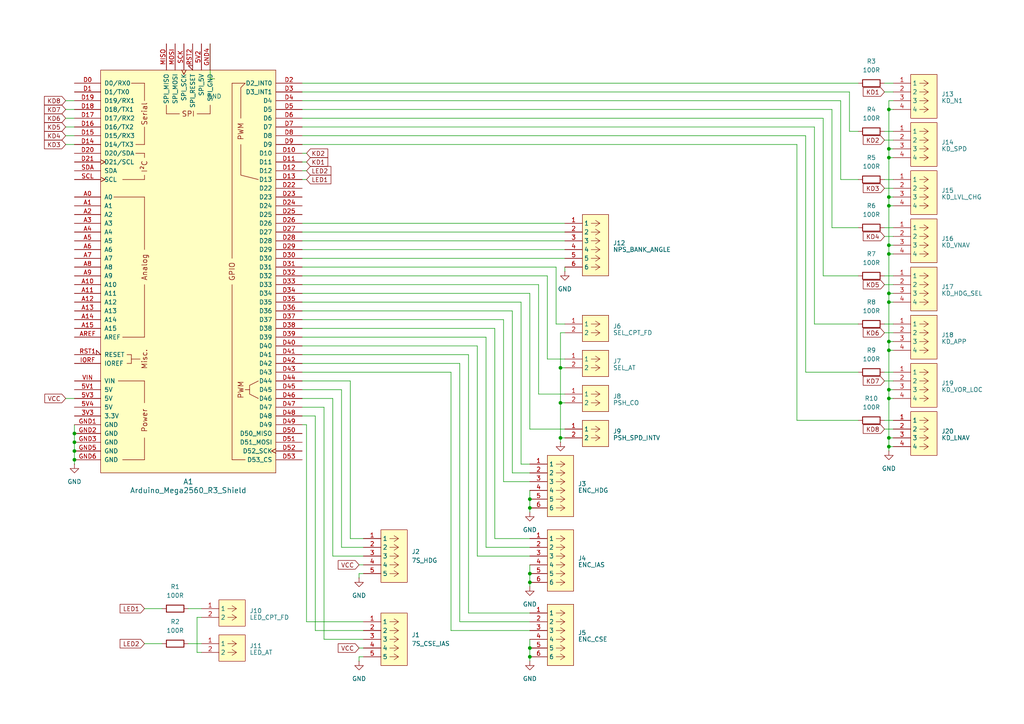
<source format=kicad_sch>
(kicad_sch (version 20231120) (generator "eeschema") (generator_version "8.0")
  (paper "A4")
  (title_block (title "MCP Right"))
  (lib_symbols
    (symbol "PCM_arduino-library:Arduino_Mega2560_R3_Shield" (pin_names (offset 1.016))
      (property "Reference" "A" (at 0 -62.23 0))
      (property "Value" "Arduino_Mega2560_R3_Shield" (at 0 -66.04 0))
      (symbol "Arduino_Mega2560_R3_Shield_0_0"
        (rectangle (start -25.4 -58.42) (end 25.4 58.42) (fill (type background)))
        (rectangle (start -20.32 -31.75) (end -12.7 -31.75))
        (rectangle (start -19.05 -54.61) (end -12.7 -54.61))
        (rectangle (start -19.05 -19.05) (end -12.7 -19.05))
        (rectangle (start -19.05 26.67) (end -12.7 26.67))
        (rectangle (start -17.78 -26.67) (end -16.51 -26.67))
        (rectangle (start -17.78 -24.13) (end -16.51 -24.13))
        (rectangle (start -16.51 -25.4) (end -13.97 -25.4))
        (rectangle (start -16.51 -24.13) (end -16.51 -26.67))
        (rectangle (start -16.51 54.61) (end -12.7 54.61))
        (rectangle (start -15.24 34.29) (end -12.7 34.29))
        (rectangle (start -15.24 36.83) (end -12.7 36.83))
        (rectangle (start -12.7 -54.61) (end -12.7 -48.26))
        (rectangle (start -12.7 -31.75) (end -12.7 -38.1))
        (rectangle (start -12.7 26.67) (end -12.7 27.94))
        (rectangle (start -12.7 34.29) (end -12.7 33.02))
        (rectangle (start -12.7 41.91) (end -12.7 36.83))
        (rectangle (start -12.7 49.53) (end -12.7 54.61))
        (rectangle (start -6.35 48.26) (end -6.35 45.72))
        (rectangle (start -2.54 45.72) (end -6.35 45.72))
        (polyline (pts (xy -21.59 21.59) (xy -12.7 21.59)))
        (polyline (pts (xy -12.7 -19.05) (xy -12.7 -3.81)))
        (polyline (pts (xy -12.7 6.35) (xy -12.7 21.59)))
        (polyline (pts (xy 12.7 -54.61) (xy 16.51 -54.61)))
        (polyline (pts (xy 12.7 54.61) (xy 16.51 54.61)))
        (polyline (pts (xy 17.78 -34.29) (xy 16.51 -34.29)))
        (polyline (pts (xy 15.24 36.83) (xy 15.24 27.94) (xy 20.32 26.67)))
        (polyline (pts (xy 15.24 44.45) (xy 15.24 53.34) (xy 16.51 54.61)))
        (polyline (pts (xy 20.32 -31.75) (xy 17.78 -33.02) (xy 17.78 -35.56) (xy 20.32 -36.83)))
        (rectangle (start 6.35 45.72) (end 2.54 45.72))
        (rectangle (start 6.35 48.26) (end 6.35 45.72))
        (text "Analog" (at -12.7 1.27 900) (effects (font (size 1.524 1.524))))
        (text "I²C" (at -12.7 30.48 900) (effects (font (size 1.524 1.524))))
        (text "Misc." (at -12.7 -25.4 900) (effects (font (size 1.524 1.524))))
        (text "Power" (at -12.7 -43.18 900) (effects (font (size 1.524 1.524))))
        (text "PWM" (at 15.24 -34.29 900) (effects (font (size 1.524 1.524))))
        (text "PWM" (at 15.24 40.64 900) (effects (font (size 1.524 1.524))))
        (text "Serial" (at -12.7 45.72 900) (effects (font (size 1.524 1.524))))
        (text "SPI" (at 0 45.72 0) (effects (font (size 1.524 1.524))))
      )
      (symbol "Arduino_Mega2560_R3_Shield_1_0"
        (rectangle (start 12.7 -54.61) (end 12.7 -3.81))
        (rectangle (start 12.7 54.61) (end 12.7 3.81))
        (text "GPIO" (at 12.7 0 900) (effects (font (size 1.524 1.524))))
      )
      (symbol "Arduino_Mega2560_R3_Shield_1_1"
        (pin power_out line (at -33.02 -41.91 0) (length 7.62) (name "3.3V") (number "3V3"))
        (pin power_in line (at -33.02 -34.29 0) (length 7.62) (name "5V") (number "5V1"))
        (pin power_in line (at 3.81 66.04 270) (length 7.62) (name "SPI_5V") (number "5V2"))
        (pin power_in line (at -33.02 -36.83 0) (length 7.62) (name "5V") (number "5V3"))
        (pin power_in line (at -33.02 -39.37 0) (length 7.62) (name "5V") (number "5V4"))
        (pin bidirectional line (at -33.02 21.59 0) (length 7.62) (name "A0") (number "A0"))
        (pin bidirectional line (at -33.02 19.05 0) (length 7.62) (name "A1") (number "A1"))
        (pin bidirectional line (at -33.02 -3.81 0) (length 7.62) (name "A10") (number "A10"))
        (pin bidirectional line (at -33.02 -6.35 0) (length 7.62) (name "A11") (number "A11"))
        (pin bidirectional line (at -33.02 -8.89 0) (length 7.62) (name "A12") (number "A12"))
        (pin bidirectional line (at -33.02 -11.43 0) (length 7.62) (name "A13") (number "A13"))
        (pin bidirectional line (at -33.02 -13.97 0) (length 7.62) (name "A14") (number "A14"))
        (pin bidirectional line (at -33.02 -16.51 0) (length 7.62) (name "A15") (number "A15"))
        (pin bidirectional line (at -33.02 16.51 0) (length 7.62) (name "A2") (number "A2"))
        (pin bidirectional line (at -33.02 13.97 0) (length 7.62) (name "A3") (number "A3"))
        (pin bidirectional line (at -33.02 11.43 0) (length 7.62) (name "A4") (number "A4"))
        (pin bidirectional line (at -33.02 8.89 0) (length 7.62) (name "A5") (number "A5"))
        (pin bidirectional line (at -33.02 6.35 0) (length 7.62) (name "A6") (number "A6"))
        (pin bidirectional line (at -33.02 3.81 0) (length 7.62) (name "A7") (number "A7"))
        (pin bidirectional line (at -33.02 1.27 0) (length 7.62) (name "A8") (number "A8"))
        (pin bidirectional line (at -33.02 -1.27 0) (length 7.62) (name "A9") (number "A9"))
        (pin input line (at -33.02 -19.05 0) (length 7.62) (name "AREF") (number "AREF"))
        (pin bidirectional line (at -33.02 54.61 0) (length 7.62) (name "D0/RX0") (number "D0"))
        (pin bidirectional line (at -33.02 52.07 0) (length 7.62) (name "D1/TX0") (number "D1"))
        (pin bidirectional line (at 33.02 34.29 180) (length 7.62) (name "D10") (number "D10"))
        (pin bidirectional line (at 33.02 31.75 180) (length 7.62) (name "D11") (number "D11"))
        (pin bidirectional line (at 33.02 29.21 180) (length 7.62) (name "D12") (number "D12"))
        (pin bidirectional line (at 33.02 26.67 180) (length 7.62) (name "D13") (number "D13"))
        (pin bidirectional line (at -33.02 36.83 0) (length 7.62) (name "D14/TX3") (number "D14"))
        (pin bidirectional line (at -33.02 39.37 0) (length 7.62) (name "D15/RX3") (number "D15"))
        (pin bidirectional line (at -33.02 41.91 0) (length 7.62) (name "D16/TX2") (number "D16"))
        (pin bidirectional line (at -33.02 44.45 0) (length 7.62) (name "D17/RX2") (number "D17"))
        (pin bidirectional line (at -33.02 46.99 0) (length 7.62) (name "D18/TX1") (number "D18"))
        (pin bidirectional line (at -33.02 49.53 0) (length 7.62) (name "D19/RX1") (number "D19"))
        (pin bidirectional line (at 33.02 54.61 180) (length 7.62) (name "D2_INT0") (number "D2"))
        (pin bidirectional line (at -33.02 34.29 0) (length 7.62) (name "D20/SDA") (number "D20"))
        (pin bidirectional clock (at -33.02 31.75 0) (length 7.62) (name "D21/SCL") (number "D21"))
        (pin bidirectional line (at 33.02 24.13 180) (length 7.62) (name "D22") (number "D22"))
        (pin bidirectional line (at 33.02 21.59 180) (length 7.62) (name "D23") (number "D23"))
        (pin bidirectional line (at 33.02 19.05 180) (length 7.62) (name "D24") (number "D24"))
        (pin bidirectional line (at 33.02 16.51 180) (length 7.62) (name "D25") (number "D25"))
        (pin bidirectional line (at 33.02 13.97 180) (length 7.62) (name "D26") (number "D26"))
        (pin bidirectional line (at 33.02 11.43 180) (length 7.62) (name "D27") (number "D27"))
        (pin bidirectional line (at 33.02 8.89 180) (length 7.62) (name "D28") (number "D28"))
        (pin bidirectional line (at 33.02 6.35 180) (length 7.62) (name "D29") (number "D29"))
        (pin bidirectional line (at 33.02 52.07 180) (length 7.62) (name "D3_INT1") (number "D3"))
        (pin bidirectional line (at 33.02 3.81 180) (length 7.62) (name "D30") (number "D30"))
        (pin bidirectional line (at 33.02 1.27 180) (length 7.62) (name "D31") (number "D31"))
        (pin bidirectional line (at 33.02 -1.27 180) (length 7.62) (name "D32") (number "D32"))
        (pin bidirectional line (at 33.02 -3.81 180) (length 7.62) (name "D33") (number "D33"))
        (pin bidirectional line (at 33.02 -6.35 180) (length 7.62) (name "D34") (number "D34"))
        (pin bidirectional line (at 33.02 -8.89 180) (length 7.62) (name "D35") (number "D35"))
        (pin bidirectional line (at 33.02 -11.43 180) (length 7.62) (name "D36") (number "D36"))
        (pin bidirectional line (at 33.02 -13.97 180) (length 7.62) (name "D37") (number "D37"))
        (pin bidirectional line (at 33.02 -16.51 180) (length 7.62) (name "D38") (number "D38"))
        (pin bidirectional line (at 33.02 -19.05 180) (length 7.62) (name "D39") (number "D39"))
        (pin bidirectional line (at 33.02 49.53 180) (length 7.62) (name "D4") (number "D4"))
        (pin bidirectional line (at 33.02 -21.59 180) (length 7.62) (name "D40") (number "D40"))
        (pin bidirectional line (at 33.02 -24.13 180) (length 7.62) (name "D41") (number "D41"))
        (pin bidirectional line (at 33.02 -26.67 180) (length 7.62) (name "D42") (number "D42"))
        (pin bidirectional line (at 33.02 -29.21 180) (length 7.62) (name "D43") (number "D43"))
        (pin bidirectional line (at 33.02 -31.75 180) (length 7.62) (name "D44") (number "D44"))
        (pin bidirectional line (at 33.02 -34.29 180) (length 7.62) (name "D45") (number "D45"))
        (pin bidirectional line (at 33.02 -36.83 180) (length 7.62) (name "D46") (number "D46"))
        (pin bidirectional line (at 33.02 -39.37 180) (length 7.62) (name "D47") (number "D47"))
        (pin bidirectional line (at 33.02 -41.91 180) (length 7.62) (name "D48") (number "D48"))
        (pin bidirectional line (at 33.02 -44.45 180) (length 7.62) (name "D49") (number "D49"))
        (pin bidirectional line (at 33.02 46.99 180) (length 7.62) (name "D5") (number "D5"))
        (pin bidirectional line (at 33.02 -46.99 180) (length 7.62) (name "D50_MISO") (number "D50"))
        (pin bidirectional line (at 33.02 -49.53 180) (length 7.62) (name "D51_MOSI") (number "D51"))
        (pin bidirectional clock (at 33.02 -52.07 180) (length 7.62) (name "D52_SCK") (number "D52"))
        (pin bidirectional line (at 33.02 -54.61 180) (length 7.62) (name "D53_CS") (number "D53"))
        (pin bidirectional line (at 33.02 44.45 180) (length 7.62) (name "D6") (number "D6"))
        (pin bidirectional line (at 33.02 41.91 180) (length 7.62) (name "D7") (number "D7"))
        (pin bidirectional line (at 33.02 39.37 180) (length 7.62) (name "D8") (number "D8"))
        (pin bidirectional line (at 33.02 36.83 180) (length 7.62) (name "D9") (number "D9"))
        (pin power_in line (at -33.02 -44.45 0) (length 7.62) (name "GND") (number "GND1"))
        (pin power_in line (at -33.02 -46.99 0) (length 7.62) (name "GND") (number "GND2"))
        (pin power_in line (at -33.02 -49.53 0) (length 7.62) (name "GND") (number "GND3"))
        (pin power_in line (at 6.35 66.04 270) (length 7.62) (name "SPI_GND") (number "GND4"))
        (pin power_in line (at -33.02 -52.07 0) (length 7.62) (name "GND") (number "GND5"))
        (pin power_in line (at -33.02 -54.61 0) (length 7.62) (name "GND") (number "GND6"))
        (pin output line (at -33.02 -26.67 0) (length 7.62) (name "IOREF") (number "IORF"))
        (pin input line (at -6.35 66.04 270) (length 7.62) (name "SPI_MISO") (number "MISO"))
        (pin output line (at -3.81 66.04 270) (length 7.62) (name "SPI_MOSI") (number "MOSI"))
        (pin open_collector input_low (at -33.02 -24.13 0) (length 7.62) (name "RESET") (number "RST1"))
        (pin open_collector input_low (at 1.27 66.04 270) (length 7.62) (name "SPI_RESET") (number "RST2"))
        (pin output clock (at -1.27 66.04 270) (length 7.62) (name "SPI_SCK") (number "SCK"))
        (pin bidirectional clock (at -33.02 26.67 0) (length 7.62) (name "SCL") (number "SCL"))
        (pin bidirectional line (at -33.02 29.21 0) (length 7.62) (name "SDA") (number "SDA"))
        (pin power_in line (at -33.02 -31.75 0) (length 7.62) (name "VIN") (number "VIN"))
      )
    )
    (symbol "power:GND" (power) (pin_numbers hide) (pin_names (offset 0) hide)
      (property "Value" "GND" (at 0 -3.81 0))
      (symbol "GND_0_1"
        (polyline (pts (xy 0 0) (xy 0 -1.27) (xy 1.27 -1.27) (xy 0 -2.54) (xy -1.27 -1.27) (xy 0 -1.27)))
      )
      (symbol "GND_1_1"
        (pin power_in line (at 0 0 270) (length 0) (name "~") (number "1"))
      )
    )
    (symbol "symbol_library:R" (pin_numbers hide) (pin_names (offset 0))
      (property "Reference" "R" (at 2.032 0 90))
      (property "Value" "R" (at 0 0 90))
      (symbol "R_0_1"
        (rectangle (start -1.016 -2.54) (end 1.016 2.54) (stroke (width 0.254)))
      )
      (symbol "R_1_1"
        (pin passive line (at 0 3.81 270) (length 1.27) (name "~") (number "1"))
        (pin passive line (at 0 -3.81 90) (length 1.27) (name "~") (number "2"))
      )
    )
    (symbol "symbol_library:TE_Conn_-_640456-2"
      (property "Reference" "J" (at 23.622 7.874 0))
      (symbol "TE_Conn_-_640456-2_0_1"
        (polyline (pts (xy 20.32 3.81) (xy 17.78 3.81)) (stroke (width 0.127)))
        (polyline (pts (xy 20.32 3.81) (xy 19.05 2.9633)) (stroke (width 0.127)))
        (polyline (pts (xy 20.32 3.81) (xy 19.05 4.6567)) (stroke (width 0.127)))
        (polyline (pts (xy 20.32 6.35) (xy 17.78 6.35)) (stroke (width 0.127)))
        (polyline (pts (xy 20.32 6.35) (xy 19.05 5.5033)) (stroke (width 0.127)))
        (polyline (pts (xy 20.32 6.35) (xy 19.05 7.1967)) (stroke (width 0.127)))
      )
      (symbol "TE_Conn_-_640456-2_1_1"
        (rectangle (start 15.24 8.89) (end 22.86 1.27) (fill (type background)))
        (pin unspecified line (at 10.16 6.35 0) (length 5.08) (name "1") (number "1"))
        (pin unspecified line (at 10.16 3.81 0) (length 5.08) (name "2") (number "2"))
      )
    )
    (symbol "symbol_library:TE_Conn_-_640456-4"
      (property "Reference" "J" (at 23.622 12.954 0))
      (symbol "TE_Conn_-_640456-4_0_1"
        (polyline (pts (xy 20.32 3.81) (xy 17.78 3.81)) (stroke (width 0.127)))
        (polyline (pts (xy 20.32 3.81) (xy 19.05 2.9633)) (stroke (width 0.127)))
        (polyline (pts (xy 20.32 3.81) (xy 19.05 4.6567)) (stroke (width 0.127)))
        (polyline (pts (xy 20.32 6.35) (xy 17.78 6.35)) (stroke (width 0.127)))
        (polyline (pts (xy 20.32 6.35) (xy 19.05 5.5033)) (stroke (width 0.127)))
        (polyline (pts (xy 20.32 6.35) (xy 19.05 7.1967)) (stroke (width 0.127)))
        (polyline (pts (xy 20.32 8.89) (xy 17.78 8.89)) (stroke (width 0.127)))
        (polyline (pts (xy 20.32 8.89) (xy 19.05 8.0433)) (stroke (width 0.127)))
        (polyline (pts (xy 20.32 8.89) (xy 19.05 9.7367)) (stroke (width 0.127)))
        (polyline (pts (xy 20.32 11.43) (xy 17.78 11.43)) (stroke (width 0.127)))
        (polyline (pts (xy 20.32 11.43) (xy 19.05 10.5833)) (stroke (width 0.127)))
        (polyline (pts (xy 20.32 11.43) (xy 19.05 12.2767)) (stroke (width 0.127)))
      )
      (symbol "TE_Conn_-_640456-4_1_1"
        (rectangle (start 15.24 13.97) (end 22.86 1.27) (fill (type background)))
        (pin unspecified line (at 10.16 11.43 0) (length 5.08) (name "1") (number "1"))
        (pin unspecified line (at 10.16 8.89 0) (length 5.08) (name "2") (number "2"))
        (pin unspecified line (at 10.16 6.35 0) (length 5.08) (name "3") (number "3"))
        (pin unspecified line (at 10.16 3.81 0) (length 5.08) (name "4") (number "4"))
      )
    )
    (symbol "symbol_library:TE_Conn_-_640456-5"
      (property "Reference" "J" (at 23.622 15.494 0))
      (symbol "TE_Conn_-_640456-5_0_1"
        (polyline (pts (xy 20.32 3.81) (xy 17.78 3.81)) (stroke (width 0.127)))
        (polyline (pts (xy 20.32 3.81) (xy 19.05 2.9633)) (stroke (width 0.127)))
        (polyline (pts (xy 20.32 3.81) (xy 19.05 4.6567)) (stroke (width 0.127)))
        (polyline (pts (xy 20.32 6.35) (xy 17.78 6.35)) (stroke (width 0.127)))
        (polyline (pts (xy 20.32 6.35) (xy 19.05 5.5033)) (stroke (width 0.127)))
        (polyline (pts (xy 20.32 6.35) (xy 19.05 7.1967)) (stroke (width 0.127)))
        (polyline (pts (xy 20.32 8.89) (xy 17.78 8.89)) (stroke (width 0.127)))
        (polyline (pts (xy 20.32 8.89) (xy 19.05 8.0433)) (stroke (width 0.127)))
        (polyline (pts (xy 20.32 8.89) (xy 19.05 9.7367)) (stroke (width 0.127)))
        (polyline (pts (xy 20.32 11.43) (xy 17.78 11.43)) (stroke (width 0.127)))
        (polyline (pts (xy 20.32 11.43) (xy 19.05 10.5833)) (stroke (width 0.127)))
        (polyline (pts (xy 20.32 11.43) (xy 19.05 12.2767)) (stroke (width 0.127)))
        (polyline (pts (xy 20.32 13.97) (xy 17.78 13.97)) (stroke (width 0.127)))
        (polyline (pts (xy 20.32 13.97) (xy 19.05 13.1233)) (stroke (width 0.127)))
        (polyline (pts (xy 20.32 13.97) (xy 19.05 14.8167)) (stroke (width 0.127)))
      )
      (symbol "TE_Conn_-_640456-5_1_1"
        (rectangle (start 15.24 16.51) (end 22.86 1.27) (fill (type background)))
        (pin unspecified line (at 10.16 13.97 0) (length 5.08) (name "1") (number "1"))
        (pin unspecified line (at 10.16 11.43 0) (length 5.08) (name "2") (number "2"))
        (pin unspecified line (at 10.16 8.89 0) (length 5.08) (name "3") (number "3"))
        (pin unspecified line (at 10.16 6.35 0) (length 5.08) (name "4") (number "4"))
        (pin unspecified line (at 10.16 3.81 0) (length 5.08) (name "5") (number "5"))
      )
    )
    (symbol "symbol_library:TE_Conn_-_640456-6"
      (property "Reference" "J" (at 23.622 18.034 0))
      (symbol "TE_Conn_-_640456-6_0_1"
        (polyline (pts (xy 20.32 3.81) (xy 17.78 3.81)) (stroke (width 0.127)))
        (polyline (pts (xy 20.32 3.81) (xy 19.05 2.9633)) (stroke (width 0.127)))
        (polyline (pts (xy 20.32 3.81) (xy 19.05 4.6567)) (stroke (width 0.127)))
        (polyline (pts (xy 20.32 6.35) (xy 17.78 6.35)) (stroke (width 0.127)))
        (polyline (pts (xy 20.32 6.35) (xy 19.05 5.5033)) (stroke (width 0.127)))
        (polyline (pts (xy 20.32 6.35) (xy 19.05 7.1967)) (stroke (width 0.127)))
        (polyline (pts (xy 20.32 8.89) (xy 17.78 8.89)) (stroke (width 0.127)))
        (polyline (pts (xy 20.32 8.89) (xy 19.05 8.0433)) (stroke (width 0.127)))
        (polyline (pts (xy 20.32 8.89) (xy 19.05 9.7367)) (stroke (width 0.127)))
        (polyline (pts (xy 20.32 11.43) (xy 17.78 11.43)) (stroke (width 0.127)))
        (polyline (pts (xy 20.32 11.43) (xy 19.05 10.5833)) (stroke (width 0.127)))
        (polyline (pts (xy 20.32 11.43) (xy 19.05 12.2767)) (stroke (width 0.127)))
        (polyline (pts (xy 20.32 13.97) (xy 17.78 13.97)) (stroke (width 0.127)))
        (polyline (pts (xy 20.32 13.97) (xy 19.05 13.1233)) (stroke (width 0.127)))
        (polyline (pts (xy 20.32 13.97) (xy 19.05 14.8167)) (stroke (width 0.127)))
        (polyline (pts (xy 20.32 16.51) (xy 17.78 16.51)) (stroke (width 0.127)))
        (polyline (pts (xy 20.32 16.51) (xy 19.05 15.6633)) (stroke (width 0.127)))
        (polyline (pts (xy 20.32 16.51) (xy 19.05 17.3567)) (stroke (width 0.127)))
      )
      (symbol "TE_Conn_-_640456-6_1_1"
        (rectangle (start 15.24 19.05) (end 22.86 1.27) (fill (type background)))
        (pin unspecified line (at 10.16 16.51 0) (length 5.08) (name "1") (number "1"))
        (pin unspecified line (at 10.16 13.97 0) (length 5.08) (name "2") (number "2"))
        (pin unspecified line (at 10.16 11.43 0) (length 5.08) (name "3") (number "3"))
        (pin unspecified line (at 10.16 8.89 0) (length 5.08) (name "4") (number "4"))
        (pin unspecified line (at 10.16 6.35 0) (length 5.08) (name "5") (number "5"))
        (pin unspecified line (at 10.16 3.81 0) (length 5.08) (name "6") (number "6"))
      )
    )
  )
  (junction (at 257.81 87.63))
  (junction (at 257.81 57.15))
  (junction (at 21.59 133.35))
  (junction (at 257.81 127))
  (junction (at 153.67 168.91))
  (junction (at 257.81 73.66))
  (junction (at 257.81 99.06))
  (junction (at 162.56 116.84))
  (junction (at 257.81 129.54))
  (junction (at 257.81 59.69))
  (junction (at 257.81 115.57))
  (junction (at 21.59 130.81))
  (junction (at 153.67 190.5))
  (junction (at 153.67 144.78))
  (junction (at 153.67 187.96))
  (junction (at 257.81 43.18))
  (junction (at 153.67 166.37))
  (junction (at 21.59 128.27))
  (junction (at 153.67 147.32))
  (junction (at 257.81 113.03))
  (junction (at 257.81 45.72))
  (junction (at 21.59 125.73))
  (junction (at 257.81 71.12))
  (junction (at 162.56 127))
  (junction (at 257.81 101.6))
  (junction (at 162.56 106.68))
  (junction (at 257.81 85.09))
  (junction (at 257.81 31.75))
  (wire (pts (xy 153.67 134.62) (xy 151.13 134.62)))
  (wire (pts (xy 87.63 41.91) (xy 231.14 41.91)))
  (wire (pts (xy 19.05 41.91) (xy 21.59 41.91)))
  (wire (pts (xy 257.81 73.66) (xy 259.08 73.66)))
  (wire (pts (xy 91.44 182.88) (xy 105.41 182.88)))
  (wire (pts (xy 96.52 115.57) (xy 96.52 161.29)))
  (wire (pts (xy 256.54 26.67) (xy 259.08 26.67)))
  (wire (pts (xy 87.63 82.55) (xy 156.21 82.55)))
  (wire (pts (xy 140.97 158.75) (xy 140.97 97.79)))
  (wire (pts (xy 156.21 114.3) (xy 163.83 114.3)))
  (wire (pts (xy 21.59 128.27) (xy 21.59 130.81)))
  (wire (pts (xy 87.63 115.57) (xy 96.52 115.57)))
  (wire (pts (xy 153.67 168.91) (xy 153.67 170.18)))
  (wire (pts (xy 162.56 106.68) (xy 162.56 116.84)))
  (wire (pts (xy 91.44 120.65) (xy 91.44 182.88)))
  (wire (pts (xy 257.81 129.54) (xy 259.08 129.54)))
  (wire (pts (xy 146.05 139.7) (xy 146.05 92.71)))
  (wire (pts (xy 243.84 52.07) (xy 248.92 52.07)))
  (wire (pts (xy 257.81 31.75) (xy 259.08 31.75)))
  (wire (pts (xy 41.91 186.69) (xy 46.99 186.69)))
  (wire (pts (xy 93.98 118.11) (xy 87.63 118.11)))
  (wire (pts (xy 57.15 189.23) (xy 58.42 189.23)))
  (wire (pts (xy 153.67 190.5) (xy 153.67 191.77)))
  (wire (pts (xy 88.9 123.19) (xy 88.9 180.34)))
  (wire (pts (xy 130.81 182.88) (xy 153.67 182.88)))
  (wire (pts (xy 87.63 29.21) (xy 243.84 29.21)))
  (wire (pts (xy 256.54 82.55) (xy 259.08 82.55)))
  (wire (pts (xy 162.56 96.52) (xy 163.83 96.52)))
  (wire (pts (xy 246.38 38.1) (xy 246.38 26.67)))
  (wire (pts (xy 21.59 130.81) (xy 21.59 133.35)))
  (wire (pts (xy 153.67 180.34) (xy 133.35 180.34)))
  (wire (pts (xy 257.81 71.12) (xy 259.08 71.12)))
  (wire (pts (xy 257.81 129.54) (xy 257.81 127)))
  (wire (pts (xy 256.54 110.49) (xy 259.08 110.49)))
  (wire (pts (xy 87.63 52.07) (xy 88.9 52.07)))
  (wire (pts (xy 256.54 80.01) (xy 259.08 80.01)))
  (wire (pts (xy 87.63 113.03) (xy 99.06 113.03)))
  (wire (pts (xy 256.54 124.46) (xy 259.08 124.46)))
  (wire (pts (xy 257.81 45.72) (xy 257.81 43.18)))
  (wire (pts (xy 87.63 107.95) (xy 130.81 107.95)))
  (wire (pts (xy 238.76 80.01) (xy 238.76 34.29)))
  (wire (pts (xy 60.96 12.7) (xy 60.96 22.86)))
  (wire (pts (xy 87.63 72.39) (xy 163.83 72.39)))
  (wire (pts (xy 257.81 43.18) (xy 257.81 31.75)))
  (wire (pts (xy 257.81 85.09) (xy 257.81 73.66)))
  (wire (pts (xy 162.56 127) (xy 163.83 127)))
  (wire (pts (xy 87.63 44.45) (xy 88.9 44.45)))
  (wire (pts (xy 158.75 104.14) (xy 163.83 104.14)))
  (wire (pts (xy 87.63 39.37) (xy 233.68 39.37)))
  (wire (pts (xy 130.81 107.95) (xy 130.81 182.88)))
  (wire (pts (xy 138.43 100.33) (xy 138.43 161.29)))
  (wire (pts (xy 91.44 120.65) (xy 87.63 120.65)))
  (wire (pts (xy 93.98 118.11) (xy 93.98 185.42)))
  (wire (pts (xy 162.56 96.52) (xy 162.56 106.68)))
  (wire (pts (xy 256.54 107.95) (xy 259.08 107.95)))
  (wire (pts (xy 151.13 87.63) (xy 87.63 87.63)))
  (wire (pts (xy 88.9 180.34) (xy 105.41 180.34)))
  (wire (pts (xy 21.59 125.73) (xy 21.59 128.27)))
  (wire (pts (xy 257.81 73.66) (xy 257.81 71.12)))
  (wire (pts (xy 87.63 31.75) (xy 241.3 31.75)))
  (wire (pts (xy 87.63 24.13) (xy 248.92 24.13)))
  (wire (pts (xy 257.81 59.69) (xy 259.08 59.69)))
  (wire (pts (xy 87.63 102.87) (xy 135.89 102.87)))
  (wire (pts (xy 87.63 67.31) (xy 163.83 67.31)))
  (wire (pts (xy 256.54 121.92) (xy 259.08 121.92)))
  (wire (pts (xy 153.67 142.24) (xy 153.67 144.78)))
  (wire (pts (xy 153.67 158.75) (xy 140.97 158.75)))
  (wire (pts (xy 101.6 156.21) (xy 105.41 156.21)))
  (wire (pts (xy 19.05 115.57) (xy 21.59 115.57)))
  (wire (pts (xy 153.67 144.78) (xy 153.67 147.32)))
  (wire (pts (xy 257.81 113.03) (xy 257.81 101.6)))
  (wire (pts (xy 236.22 36.83) (xy 236.22 93.98)))
  (wire (pts (xy 87.63 64.77) (xy 163.83 64.77)))
  (wire (pts (xy 153.67 185.42) (xy 153.67 187.96)))
  (wire (pts (xy 87.63 46.99) (xy 88.9 46.99)))
  (wire (pts (xy 87.63 90.17) (xy 148.59 90.17)))
  (wire (pts (xy 256.54 52.07) (xy 259.08 52.07)))
  (wire (pts (xy 101.6 110.49) (xy 101.6 156.21)))
  (wire (pts (xy 256.54 24.13) (xy 259.08 24.13)))
  (wire (pts (xy 153.67 163.83) (xy 153.67 166.37)))
  (wire (pts (xy 21.59 123.19) (xy 21.59 125.73)))
  (wire (pts (xy 57.15 179.07) (xy 57.15 189.23)))
  (wire (pts (xy 161.29 77.47) (xy 161.29 93.98)))
  (wire (pts (xy 257.81 99.06) (xy 259.08 99.06)))
  (wire (pts (xy 135.89 177.8) (xy 153.67 177.8)))
  (wire (pts (xy 87.63 36.83) (xy 236.22 36.83)))
  (wire (pts (xy 153.67 166.37) (xy 153.67 168.91)))
  (wire (pts (xy 257.81 71.12) (xy 257.81 59.69)))
  (wire (pts (xy 140.97 97.79) (xy 87.63 97.79)))
  (wire (pts (xy 257.81 101.6) (xy 257.81 99.06)))
  (wire (pts (xy 161.29 93.98) (xy 163.83 93.98)))
  (wire (pts (xy 99.06 113.03) (xy 99.06 158.75)))
  (wire (pts (xy 243.84 29.21) (xy 243.84 52.07)))
  (wire (pts (xy 257.81 115.57) (xy 259.08 115.57)))
  (wire (pts (xy 248.92 38.1) (xy 246.38 38.1)))
  (wire (pts (xy 256.54 40.64) (xy 259.08 40.64)))
  (wire (pts (xy 158.75 80.01) (xy 158.75 104.14)))
  (wire (pts (xy 57.15 179.07) (xy 58.42 179.07)))
  (wire (pts (xy 104.14 166.37) (xy 105.41 166.37)))
  (wire (pts (xy 143.51 156.21) (xy 153.67 156.21)))
  (wire (pts (xy 257.81 113.03) (xy 259.08 113.03)))
  (wire (pts (xy 87.63 95.25) (xy 143.51 95.25)))
  (wire (pts (xy 256.54 66.04) (xy 259.08 66.04)))
  (wire (pts (xy 248.92 66.04) (xy 241.3 66.04)))
  (wire (pts (xy 256.54 68.58) (xy 259.08 68.58)))
  (wire (pts (xy 88.9 123.19) (xy 87.63 123.19)))
  (wire (pts (xy 257.81 87.63) (xy 259.08 87.63)))
  (wire (pts (xy 257.81 101.6) (xy 259.08 101.6)))
  (wire (pts (xy 54.61 186.69) (xy 58.42 186.69)))
  (wire (pts (xy 104.14 167.64) (xy 104.14 166.37)))
  (wire (pts (xy 133.35 105.41) (xy 87.63 105.41)))
  (wire (pts (xy 256.54 96.52) (xy 259.08 96.52)))
  (wire (pts (xy 162.56 106.68) (xy 163.83 106.68)))
  (wire (pts (xy 41.91 176.53) (xy 46.99 176.53)))
  (wire (pts (xy 256.54 38.1) (xy 259.08 38.1)))
  (wire (pts (xy 257.81 43.18) (xy 259.08 43.18)))
  (wire (pts (xy 257.81 87.63) (xy 257.81 85.09)))
  (wire (pts (xy 233.68 107.95) (xy 233.68 39.37)))
  (wire (pts (xy 236.22 93.98) (xy 248.92 93.98)))
  (wire (pts (xy 256.54 93.98) (xy 259.08 93.98)))
  (wire (pts (xy 101.6 110.49) (xy 87.63 110.49)))
  (wire (pts (xy 241.3 66.04) (xy 241.3 31.75)))
  (wire (pts (xy 135.89 102.87) (xy 135.89 177.8)))
  (wire (pts (xy 231.14 121.92) (xy 248.92 121.92)))
  (wire (pts (xy 257.81 57.15) (xy 257.81 45.72)))
  (wire (pts (xy 19.05 36.83) (xy 21.59 36.83)))
  (wire (pts (xy 257.81 127) (xy 257.81 115.57)))
  (wire (pts (xy 148.59 90.17) (xy 148.59 137.16)))
  (wire (pts (xy 19.05 39.37) (xy 21.59 39.37)))
  (wire (pts (xy 19.05 29.21) (xy 21.59 29.21)))
  (wire (pts (xy 153.67 85.09) (xy 153.67 124.46)))
  (wire (pts (xy 138.43 161.29) (xy 153.67 161.29)))
  (wire (pts (xy 153.67 139.7) (xy 146.05 139.7)))
  (wire (pts (xy 231.14 41.91) (xy 231.14 121.92)))
  (wire (pts (xy 153.67 147.32) (xy 153.67 148.59)))
  (wire (pts (xy 133.35 180.34) (xy 133.35 105.41)))
  (wire (pts (xy 87.63 85.09) (xy 153.67 85.09)))
  (wire (pts (xy 257.81 29.21) (xy 259.08 29.21)))
  (wire (pts (xy 19.05 34.29) (xy 21.59 34.29)))
  (wire (pts (xy 87.63 34.29) (xy 238.76 34.29)))
  (wire (pts (xy 153.67 124.46) (xy 163.83 124.46)))
  (wire (pts (xy 163.83 77.47) (xy 163.83 78.74)))
  (wire (pts (xy 162.56 116.84) (xy 162.56 127)))
  (wire (pts (xy 87.63 100.33) (xy 138.43 100.33)))
  (wire (pts (xy 257.81 130.81) (xy 257.81 129.54)))
  (wire (pts (xy 87.63 74.93) (xy 163.83 74.93)))
  (wire (pts (xy 162.56 116.84) (xy 163.83 116.84)))
  (wire (pts (xy 257.81 59.69) (xy 257.81 57.15)))
  (wire (pts (xy 257.81 57.15) (xy 259.08 57.15)))
  (wire (pts (xy 96.52 161.29) (xy 105.41 161.29)))
  (wire (pts (xy 148.59 137.16) (xy 153.67 137.16)))
  (wire (pts (xy 156.21 82.55) (xy 156.21 114.3)))
  (wire (pts (xy 257.81 99.06) (xy 257.81 87.63)))
  (wire (pts (xy 257.81 45.72) (xy 259.08 45.72)))
  (wire (pts (xy 21.59 133.35) (xy 21.59 134.62)))
  (wire (pts (xy 256.54 54.61) (xy 259.08 54.61)))
  (wire (pts (xy 54.61 176.53) (xy 58.42 176.53)))
  (wire (pts (xy 143.51 95.25) (xy 143.51 156.21)))
  (wire (pts (xy 99.06 158.75) (xy 105.41 158.75)))
  (wire (pts (xy 248.92 80.01) (xy 238.76 80.01)))
  (wire (pts (xy 146.05 92.71) (xy 87.63 92.71)))
  (wire (pts (xy 87.63 77.47) (xy 161.29 77.47)))
  (wire (pts (xy 60.96 22.86) (xy 62.23 22.86)))
  (wire (pts (xy 162.56 127) (xy 162.56 128.27)))
  (wire (pts (xy 87.63 49.53) (xy 88.9 49.53)))
  (wire (pts (xy 104.14 190.5) (xy 105.41 190.5)))
  (wire (pts (xy 153.67 187.96) (xy 153.67 190.5)))
  (wire (pts (xy 257.81 115.57) (xy 257.81 113.03)))
  (wire (pts (xy 104.14 187.96) (xy 105.41 187.96)))
  (wire (pts (xy 104.14 163.83) (xy 105.41 163.83)))
  (wire (pts (xy 257.81 31.75) (xy 257.81 29.21)))
  (wire (pts (xy 87.63 69.85) (xy 163.83 69.85)))
  (wire (pts (xy 104.14 191.77) (xy 104.14 190.5)))
  (wire (pts (xy 87.63 80.01) (xy 158.75 80.01)))
  (wire (pts (xy 151.13 134.62) (xy 151.13 87.63)))
  (wire (pts (xy 257.81 85.09) (xy 259.08 85.09)))
  (wire (pts (xy 257.81 127) (xy 259.08 127)))
  (wire (pts (xy 87.63 26.67) (xy 246.38 26.67)))
  (wire (pts (xy 19.05 31.75) (xy 21.59 31.75)))
  (wire (pts (xy 248.92 107.95) (xy 233.68 107.95)))
  (wire (pts (xy 93.98 185.42) (xy 105.41 185.42)))
  (global_label "LED1" (shape input) (at 88.9 52.07 0) (property "Intersheetrefs" "${INTERSHEET_REFS}" (effects (hide yes))))
  (global_label "KD8" (shape input) (at 19.05 29.21 180) (property "Intersheetrefs" "${INTERSHEET_REFS}" (effects (hide yes))))
  (global_label "VCC" (shape input) (at 104.14 163.83 180) (property "Intersheetrefs" "${INTERSHEET_REFS}" (effects (hide yes))))
  (global_label "KD4" (shape input) (at 19.05 39.37 180) (property "Intersheetrefs" "${INTERSHEET_REFS}" (effects (hide yes))))
  (global_label "KD6" (shape input) (at 256.54 96.52 180) (property "Intersheetrefs" "${INTERSHEET_REFS}" (effects (hide yes))))
  (global_label "LED2" (shape input) (at 41.91 186.69 180) (property "Intersheetrefs" "${INTERSHEET_REFS}" (effects (hide yes))))
  (global_label "KD3" (shape input) (at 256.54 54.61 180) (property "Intersheetrefs" "${INTERSHEET_REFS}" (effects (hide yes))))
  (global_label "LED1" (shape input) (at 41.91 176.53 180) (property "Intersheetrefs" "${INTERSHEET_REFS}" (effects (hide yes))))
  (global_label "VCC" (shape input) (at 19.05 115.57 180) (property "Intersheetrefs" "${INTERSHEET_REFS}" (effects (hide yes))))
  (global_label "KD2" (shape input) (at 88.9 44.45 0) (property "Intersheetrefs" "${INTERSHEET_REFS}" (effects (hide yes))))
  (global_label "KD5" (shape input) (at 19.05 36.83 180) (property "Intersheetrefs" "${INTERSHEET_REFS}" (effects (hide yes))))
  (global_label "KD1" (shape input) (at 88.9 46.99 0) (property "Intersheetrefs" "${INTERSHEET_REFS}" (effects (hide yes))))
  (global_label "KD8" (shape input) (at 256.54 124.46 180) (property "Intersheetrefs" "${INTERSHEET_REFS}" (effects (hide yes))))
  (global_label "LED2" (shape input) (at 88.9 49.53 0) (property "Intersheetrefs" "${INTERSHEET_REFS}" (effects (hide yes))))
  (global_label "KD2" (shape input) (at 256.54 40.64 180) (property "Intersheetrefs" "${INTERSHEET_REFS}" (effects (hide yes))))
  (global_label "KD7" (shape input) (at 19.05 31.75 180) (property "Intersheetrefs" "${INTERSHEET_REFS}" (effects (hide yes))))
  (global_label "KD1" (shape input) (at 256.54 26.67 180) (property "Intersheetrefs" "${INTERSHEET_REFS}" (effects (hide yes))))
  (global_label "KD3" (shape input) (at 19.05 41.91 180) (property "Intersheetrefs" "${INTERSHEET_REFS}" (effects (hide yes))))
  (global_label "VCC" (shape input) (at 104.14 187.96 180) (property "Intersheetrefs" "${INTERSHEET_REFS}" (effects (hide yes))))
  (global_label "KD5" (shape input) (at 256.54 82.55 180) (property "Intersheetrefs" "${INTERSHEET_REFS}" (effects (hide yes))))
  (global_label "KD6" (shape input) (at 19.05 34.29 180) (property "Intersheetrefs" "${INTERSHEET_REFS}" (effects (hide yes))))
  (global_label "KD7" (shape input) (at 256.54 110.49 180) (property "Intersheetrefs" "${INTERSHEET_REFS}" (effects (hide yes))))
  (global_label "KD4" (shape input) (at 256.54 68.58 180) (property "Intersheetrefs" "${INTERSHEET_REFS}" (effects (hide yes))))
  (symbol (lib_id "symbol_library:TE_Conn_-_640456-2") (at 153.67 130.81 0) (unit 1)
    (property "Reference" "J9" (at 177.8 125.0949 0) (effects (justify left)))
    (property "Value" "PSH_SPD_INTV" (at 177.8 127 0) (effects (justify left)))
    (property "Footprint" "footprint_library:TE Conn - 640456-2" (effects (hide yes)))
    (property "Datasheet" "datasheet/TE Conn - 640456-2.datasheet.pdf" (effects (hide yes)))
    (property "Description" "TE Connectivity - 640456-2" (effects (hide yes)))
  )
  (symbol (lib_id "symbol_library:TE_Conn_-_640456-4") (at 248.92 119.38 0) (unit 1)
    (property "Reference" "J19" (at 273.05 111.1249 0) (effects (justify left)))
    (property "Value" "KD_VOR_LOC" (at 273.05 113.03 0) (effects (justify left)))
    (property "Footprint" "footprint_library:TE Conn - 640456-4" (effects (hide yes)))
    (property "Datasheet" "datasheet/TE Conn - 640456-4.datasheet.pdf" (effects (hide yes)))
    (property "Description" "TE Connectivity - 640456-4" (effects (hide yes)))
  )
  (symbol (lib_id "symbol_library:TE_Conn_-_640456-5") (at 95.25 194.31 0) (unit 1)
    (property "Reference" "J1" (at 119.38 184.1499 0) (effects (justify left)))
    (property "Value" "7S_CSE_IAS" (at 119.38 186.6899 0) (effects (justify left)))
    (property "Footprint" "footprint_library:TE Conn - 640456-5" (effects (hide yes)))
    (property "Datasheet" "datasheet/TE Conn - 640456-5.datasheet.pdf" (effects (hide yes)))
    (property "Description" "TE Connectivity - 640456-5" (effects (hide yes)))
  )
  (symbol (lib_id "symbol_library:R") (at 252.73 52.07 90) (unit 1)
    (property "Reference" "R5" (at 252.73 45.72 90))
    (property "Value" "100R" (at 252.73 48.26 90))
    (property "Footprint" "footprint_library:xs resistor PT" (effects (hide yes)))
    (property "Description" "Resistor" (effects (hide yes)))
  )
  (symbol (lib_id "PCM_arduino-library:Arduino_Mega2560_R3_Shield") (at 54.61 78.74 0) (unit 1)
    (property "Reference" "A1" (at 54.61 139.7 0) (effects (font (size 1.524 1.524))))
    (property "Value" "Arduino_Mega2560_R3_Shield" (at 54.61 142.24 0) (effects (font (size 1.524 1.524))))
    (property "Footprint" "PCM_arduino-library:Arduino_Mega2560_R3_Shield" (effects (hide yes)))
    (property "Datasheet" "https://docs.arduino.cc/hardware/mega-2560" (effects (hide yes)))
  )
  (symbol (lib_id "symbol_library:TE_Conn_-_640456-4") (at 248.92 35.56 0) (unit 1)
    (property "Reference" "J13" (at 273.05 27.3049 0) (effects (justify left)))
    (property "Value" "KD_N1" (at 273.05 29.21 0) (effects (justify left)))
    (property "Footprint" "footprint_library:TE Conn - 640456-4" (effects (hide yes)))
    (property "Datasheet" "datasheet/TE Conn - 640456-4.datasheet.pdf" (effects (hide yes)))
    (property "Description" "TE Connectivity - 640456-4" (effects (hide yes)))
  )
  (symbol (lib_id "power:GND") (at 104.14 167.64 0) (unit 1)
    (property "Reference" "#PWR04" (effects (hide yes)))
    (property "Value" "GND" (at 104.14 172.72 0))
    (property "Description" "Power symbol creates a global label with name \"GND\" , ground" (effects (hide yes)))
  )
  (symbol (lib_id "symbol_library:R") (at 50.8 186.69 90) (unit 1)
    (property "Reference" "R2" (at 50.8 180.34 90))
    (property "Value" "100R" (at 50.8 182.88 90))
    (property "Footprint" "footprint_library:xs resistor PT" (effects (hide yes)))
    (property "Description" "Resistor" (effects (hide yes)))
  )
  (symbol (lib_id "symbol_library:R") (at 252.73 66.04 90) (unit 1)
    (property "Reference" "R6" (at 252.73 59.69 90))
    (property "Value" "100R" (at 252.73 62.23 90))
    (property "Footprint" "footprint_library:xs resistor PT" (effects (hide yes)))
    (property "Description" "Resistor" (effects (hide yes)))
  )
  (symbol (lib_id "power:GND") (at 163.83 78.74 0) (unit 1)
    (property "Reference" "#PWR09" (effects (hide yes)))
    (property "Value" "GND" (at 163.83 83.82 0))
    (property "Description" "Power symbol creates a global label with name \"GND\" , ground" (effects (hide yes)))
  )
  (symbol (lib_id "power:GND") (at 153.67 170.18 0) (unit 1)
    (property "Reference" "#PWR06" (effects (hide yes)))
    (property "Value" "GND" (at 153.67 175.26 0))
    (property "Description" "Power symbol creates a global label with name \"GND\" , ground" (effects (hide yes)))
  )
  (symbol (lib_id "symbol_library:TE_Conn_-_640456-4") (at 248.92 91.44 0) (unit 1)
    (property "Reference" "J17" (at 273.05 83.1849 0) (effects (justify left)))
    (property "Value" "KD_HDG_SEL" (at 273.05 85.09 0) (effects (justify left)))
    (property "Footprint" "footprint_library:TE Conn - 640456-4" (effects (hide yes)))
    (property "Datasheet" "datasheet/TE Conn - 640456-4.datasheet.pdf" (effects (hide yes)))
    (property "Description" "TE Connectivity - 640456-4" (effects (hide yes)))
  )
  (symbol (lib_id "symbol_library:TE_Conn_-_640456-4") (at 248.92 133.35 0) (unit 1)
    (property "Reference" "J20" (at 273.05 125.0949 0) (effects (justify left)))
    (property "Value" "KD_LNAV" (at 273.05 127 0) (effects (justify left)))
    (property "Footprint" "footprint_library:TE Conn - 640456-4" (effects (hide yes)))
    (property "Datasheet" "datasheet/TE Conn - 640456-4.datasheet.pdf" (effects (hide yes)))
    (property "Description" "TE Connectivity - 640456-4" (effects (hide yes)))
  )
  (symbol (lib_id "symbol_library:TE_Conn_-_640456-5") (at 95.25 170.18 0) (unit 1)
    (property "Reference" "J2" (at 119.38 160.0199 0) (effects (justify left)))
    (property "Value" "7S_HDG" (at 119.38 162.5599 0) (effects (justify left)))
    (property "Footprint" "footprint_library:TE Conn - 640456-5" (effects (hide yes)))
    (property "Datasheet" "datasheet/TE Conn - 640456-5.datasheet.pdf" (effects (hide yes)))
    (property "Description" "TE Connectivity - 640456-5" (effects (hide yes)))
  )
  (symbol (lib_id "symbol_library:TE_Conn_-_640456-4") (at 248.92 49.53 0) (unit 1)
    (property "Reference" "J14" (at 273.05 41.2749 0) (effects (justify left)))
    (property "Value" "KD_SPD" (at 273.05 43.18 0) (effects (justify left)))
    (property "Footprint" "footprint_library:TE Conn - 640456-4" (effects (hide yes)))
    (property "Datasheet" "datasheet/TE Conn - 640456-4.datasheet.pdf" (effects (hide yes)))
    (property "Description" "TE Connectivity - 640456-4" (effects (hide yes)))
  )
  (symbol (lib_id "power:GND") (at 104.14 191.77 0) (unit 1)
    (property "Reference" "#PWR03" (effects (hide yes)))
    (property "Value" "GND" (at 104.14 196.85 0))
    (property "Description" "Power symbol creates a global label with name \"GND\" , ground" (effects (hide yes)))
  )
  (symbol (lib_id "symbol_library:R") (at 252.73 80.01 90) (unit 1)
    (property "Reference" "R7" (at 252.73 73.66 90))
    (property "Value" "100R" (at 252.73 76.2 90))
    (property "Footprint" "footprint_library:xs resistor PT" (effects (hide yes)))
    (property "Description" "Resistor" (effects (hide yes)))
  )
  (symbol (lib_id "symbol_library:R") (at 252.73 24.13 90) (unit 1)
    (property "Reference" "R3" (at 252.73 17.78 90))
    (property "Value" "100R" (at 252.73 20.32 90))
    (property "Footprint" "footprint_library:xs resistor PT" (effects (hide yes)))
    (property "Description" "Resistor" (effects (hide yes)))
  )
  (symbol (lib_id "symbol_library:TE_Conn_-_640456-2") (at 153.67 120.65 0) (unit 1)
    (property "Reference" "J8" (at 177.8 114.9349 0) (effects (justify left)))
    (property "Value" "PSH_CO" (at 177.8 116.84 0) (effects (justify left)))
    (property "Footprint" "footprint_library:TE Conn - 640456-2" (effects (hide yes)))
    (property "Datasheet" "datasheet/TE Conn - 640456-2.datasheet.pdf" (effects (hide yes)))
    (property "Description" "TE Connectivity - 640456-2" (effects (hide yes)))
  )
  (symbol (lib_id "symbol_library:TE_Conn_-_640456-6") (at 143.51 151.13 0) (unit 1)
    (property "Reference" "J3" (at 167.64 140.3349 0) (effects (justify left)))
    (property "Value" "ENC_HDG" (at 167.64 142.24 0) (effects (justify left)))
    (property "Footprint" "footprint_library:TE Conn - 640456-6" (effects (hide yes)))
    (property "Datasheet" "datasheet/TE Conn - 640456-6.datasheet.pdf" (effects (hide yes)))
    (property "Description" "TE Connectivity - 640456-6" (effects (hide yes)))
  )
  (symbol (lib_id "power:GND") (at 162.56 128.27 0) (unit 1)
    (property "Reference" "#PWR08" (effects (hide yes)))
    (property "Value" "GND" (effects (hide yes)))
    (property "Description" "Power symbol creates a global label with name \"GND\" , ground" (effects (hide yes)))
  )
  (symbol (lib_id "symbol_library:TE_Conn_-_640456-4") (at 248.92 77.47 0) (unit 1)
    (property "Reference" "J16" (at 273.05 69.2149 0) (effects (justify left)))
    (property "Value" "KD_VNAV" (at 273.05 71.12 0) (effects (justify left)))
    (property "Footprint" "footprint_library:TE Conn - 640456-4" (effects (hide yes)))
    (property "Datasheet" "datasheet/TE Conn - 640456-4.datasheet.pdf" (effects (hide yes)))
    (property "Description" "TE Connectivity - 640456-4" (effects (hide yes)))
  )
  (symbol (lib_id "symbol_library:TE_Conn_-_640456-4") (at 248.92 63.5 0) (unit 1)
    (property "Reference" "J15" (at 273.05 55.2449 0) (effects (justify left)))
    (property "Value" "KD_LVL_CHG" (at 273.05 57.15 0) (effects (justify left)))
    (property "Footprint" "footprint_library:TE Conn - 640456-4" (effects (hide yes)))
    (property "Datasheet" "datasheet/TE Conn - 640456-4.datasheet.pdf" (effects (hide yes)))
    (property "Description" "TE Connectivity - 640456-4" (effects (hide yes)))
  )
  (symbol (lib_id "power:GND") (at 257.81 130.81 0) (unit 1)
    (property "Reference" "#PWR010" (effects (hide yes)))
    (property "Value" "GND" (at 257.81 135.89 0))
    (property "Description" "Power symbol creates a global label with name \"GND\" , ground" (effects (hide yes)))
  )
  (symbol (lib_id "power:GND") (at 153.67 148.59 0) (unit 1)
    (property "Reference" "#PWR07" (effects (hide yes)))
    (property "Value" "GND" (at 153.67 153.67 0))
    (property "Description" "Power symbol creates a global label with name \"GND\" , ground" (effects (hide yes)))
  )
  (symbol (lib_id "symbol_library:R") (at 252.73 107.95 90) (unit 1)
    (property "Reference" "R9" (at 252.73 101.6 90))
    (property "Value" "100R" (at 252.73 104.14 90))
    (property "Footprint" "footprint_library:xs resistor PT" (effects (hide yes)))
    (property "Description" "Resistor" (effects (hide yes)))
  )
  (symbol (lib_id "symbol_library:TE_Conn_-_640456-2") (at 48.26 182.88 0) (unit 1)
    (property "Reference" "J10" (at 72.39 177.1649 0) (effects (justify left)))
    (property "Value" "LED_CPT_FD" (at 72.39 179.07 0) (effects (justify left)))
    (property "Footprint" "footprint_library:TE Conn - 640456-2" (effects (hide yes)))
    (property "Datasheet" "datasheet/TE Conn - 640456-2.datasheet.pdf" (effects (hide yes)))
    (property "Description" "TE Connectivity - 640456-2" (effects (hide yes)))
  )
  (symbol (lib_id "power:GND") (at 153.67 191.77 0) (unit 1)
    (property "Reference" "#PWR05" (effects (hide yes)))
    (property "Value" "GND" (at 153.67 196.85 0))
    (property "Description" "Power symbol creates a global label with name \"GND\" , ground" (effects (hide yes)))
  )
  (symbol (lib_id "symbol_library:TE_Conn_-_640456-2") (at 153.67 100.33 0) (unit 1)
    (property "Reference" "J6" (at 177.8 94.6149 0) (effects (justify left)))
    (property "Value" "SEL_CPT_FD" (at 177.8 96.52 0) (effects (justify left)))
    (property "Footprint" "footprint_library:TE Conn - 640456-2" (effects (hide yes)))
    (property "Datasheet" "datasheet/TE Conn - 640456-2.datasheet.pdf" (effects (hide yes)))
    (property "Description" "TE Connectivity - 640456-2" (effects (hide yes)))
  )
  (symbol (lib_id "symbol_library:TE_Conn_-_640456-2") (at 153.67 110.49 0) (unit 1)
    (property "Reference" "J7" (at 177.8 104.7749 0) (effects (justify left)))
    (property "Value" "SEL_AT" (at 177.8 106.68 0) (effects (justify left)))
    (property "Footprint" "footprint_library:TE Conn - 640456-2" (effects (hide yes)))
    (property "Datasheet" "datasheet/TE Conn - 640456-2.datasheet.pdf" (effects (hide yes)))
    (property "Description" "TE Connectivity - 640456-2" (effects (hide yes)))
  )
  (symbol (lib_id "symbol_library:R") (at 252.73 93.98 90) (unit 1)
    (property "Reference" "R8" (at 252.73 87.63 90))
    (property "Value" "100R" (at 252.73 90.17 90))
    (property "Footprint" "footprint_library:xs resistor PT" (effects (hide yes)))
    (property "Description" "Resistor" (effects (hide yes)))
  )
  (symbol (lib_id "symbol_library:TE_Conn_-_640456-6") (at 143.51 172.72 0) (unit 1)
    (property "Reference" "J4" (at 167.64 161.9249 0) (effects (justify left)))
    (property "Value" "ENC_IAS" (at 167.64 163.83 0) (effects (justify left)))
    (property "Footprint" "footprint_library:TE Conn - 640456-6" (effects (hide yes)))
    (property "Datasheet" "datasheet/TE Conn - 640456-6.datasheet.pdf" (effects (hide yes)))
    (property "Description" "TE Connectivity - 640456-6" (effects (hide yes)))
  )
  (symbol (lib_id "power:GND") (at 21.59 134.62 0) (unit 1)
    (property "Reference" "#PWR01" (effects (hide yes)))
    (property "Value" "GND" (at 21.59 139.7 0))
    (property "Description" "Power symbol creates a global label with name \"GND\" , ground" (effects (hide yes)))
  )
  (symbol (lib_id "symbol_library:R") (at 50.8 176.53 90) (unit 1)
    (property "Reference" "R1" (at 50.8 170.18 90))
    (property "Value" "100R" (at 50.8 172.72 90))
    (property "Footprint" "footprint_library:xs resistor PT" (effects (hide yes)))
    (property "Description" "Resistor" (effects (hide yes)))
  )
  (symbol (lib_id "symbol_library:TE_Conn_-_640456-4") (at 248.92 105.41 0) (unit 1)
    (property "Reference" "J18" (at 273.05 97.1549 0) (effects (justify left)))
    (property "Value" "KD_APP" (at 273.05 99.06 0) (effects (justify left)))
    (property "Footprint" "footprint_library:TE Conn - 640456-4" (effects (hide yes)))
    (property "Datasheet" "datasheet/TE Conn - 640456-4.datasheet.pdf" (effects (hide yes)))
    (property "Description" "TE Connectivity - 640456-4" (effects (hide yes)))
  )
  (symbol (lib_id "symbol_library:TE_Conn_-_640456-6") (at 153.67 81.28 0) (unit 1)
    (property "Reference" "J12" (at 177.8 70.4849 0) (effects (justify left)))
    (property "Value" "NPS_BANK_ANGLE" (at 177.8 72.39 0) (effects (justify left)))
    (property "Footprint" "footprint_library:TE Conn - 640456-6" (effects (hide yes)))
    (property "Datasheet" "datasheet/TE Conn - 640456-6.datasheet.pdf" (effects (hide yes)))
    (property "Description" "TE Connectivity - 640456-6" (effects (hide yes)))
  )
  (symbol (lib_id "symbol_library:TE_Conn_-_640456-2") (at 48.26 193.04 0) (unit 1)
    (property "Reference" "J11" (at 72.39 187.3249 0) (effects (justify left)))
    (property "Value" "LED_AT" (at 72.39 189.23 0) (effects (justify left)))
    (property "Footprint" "footprint_library:TE Conn - 640456-2" (effects (hide yes)))
    (property "Datasheet" "datasheet/TE Conn - 640456-2.datasheet.pdf" (effects (hide yes)))
    (property "Description" "TE Connectivity - 640456-2" (effects (hide yes)))
  )
  (symbol (lib_id "power:GND") (at 62.23 22.86 0) (unit 1)
    (property "Reference" "#PWR02" (effects (hide yes)))
    (property "Value" "GND" (at 62.23 27.94 0))
    (property "Description" "Power symbol creates a global label with name \"GND\" , ground" (effects (hide yes)))
  )
  (symbol (lib_id "symbol_library:R") (at 252.73 38.1 90) (unit 1)
    (property "Reference" "R4" (at 252.73 31.75 90))
    (property "Value" "100R" (at 252.73 34.29 90))
    (property "Footprint" "footprint_library:xs resistor PT" (effects (hide yes)))
    (property "Description" "Resistor" (effects (hide yes)))
  )
  (symbol (lib_id "symbol_library:TE_Conn_-_640456-6") (at 143.51 194.31 0) (unit 1)
    (property "Reference" "J5" (at 167.64 183.5149 0) (effects (justify left)))
    (property "Value" "ENC_CSE" (at 167.64 185.42 0) (effects (justify left)))
    (property "Footprint" "footprint_library:TE Conn - 640456-6" (effects (hide yes)))
    (property "Datasheet" "datasheet/TE Conn - 640456-6.datasheet.pdf" (effects (hide yes)))
    (property "Description" "TE Connectivity - 640456-6" (effects (hide yes)))
  )
  (symbol (lib_id "symbol_library:R") (at 252.73 121.92 90) (unit 1)
    (property "Reference" "R10" (at 252.73 115.57 90))
    (property "Value" "100R" (at 252.73 118.11 90))
    (property "Footprint" "footprint_library:xs resistor PT" (effects (hide yes)))
    (property "Description" "Resistor" (effects (hide yes)))
  )
)
</source>
